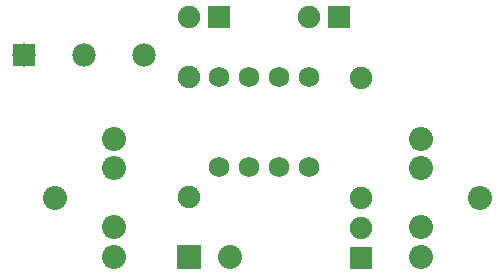
<source format=gbl>
G04 MADE WITH FRITZING*
G04 WWW.FRITZING.ORG*
G04 DOUBLE SIDED*
G04 HOLES PLATED*
G04 CONTOUR ON CENTER OF CONTOUR VECTOR*
%ASAXBY*%
%FSLAX23Y23*%
%MOIN*%
%OFA0B0*%
%SFA1.0B1.0*%
%ADD10C,0.068000*%
%ADD11C,0.080350*%
%ADD12C,0.080000*%
%ADD13C,0.075000*%
%ADD14C,0.078000*%
%ADD15R,0.080000X0.080000*%
%ADD16R,0.075000X0.075000*%
%ADD17R,0.078000X0.078000*%
%LNCOPPER0*%
G90*
G70*
G54D10*
X815Y484D03*
X915Y484D03*
X1015Y484D03*
X1115Y484D03*
X1115Y784D03*
X1015Y784D03*
X915Y784D03*
X815Y784D03*
G54D11*
X1687Y382D03*
X1490Y185D03*
X1490Y284D03*
X1490Y481D03*
X1490Y579D03*
G54D12*
X715Y184D03*
X853Y184D03*
G54D13*
X1290Y383D03*
X1290Y783D03*
X1290Y183D03*
X1290Y283D03*
G54D14*
X165Y858D03*
X365Y858D03*
X565Y858D03*
G54D13*
X715Y384D03*
X715Y784D03*
X815Y984D03*
X715Y984D03*
X1215Y984D03*
X1115Y984D03*
G54D11*
X268Y382D03*
X465Y579D03*
X465Y481D03*
X465Y284D03*
X465Y185D03*
G54D15*
X715Y184D03*
G54D16*
X1290Y183D03*
G54D17*
X165Y858D03*
G54D16*
X815Y984D03*
X1215Y984D03*
G04 End of Copper0*
M02*
</source>
